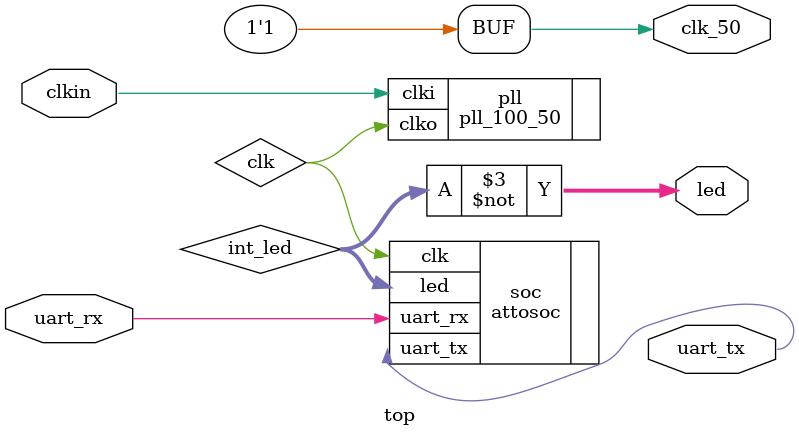
<source format=v>
module top(
    input 	 clkin,
    output [7:0] led,
    output 	 uart_tx,
    output 	 clk_50,
    input 	 uart_rx,
);

wire clk;
wire [7:0] int_led;

   reg 	   clk_div = 0;
   assign clk_50 = 1'b1;
   always @(posedge clk) 
     clk_div <= ~clk_div;

pll_100_50 pll(
    .clki(clkin),
    .clko(clk)
);

attosoc soc(
    .clk(clk),
    .led(int_led),
    .uart_tx(uart_tx),
    .uart_rx(uart_rx)
);

assign led = ~int_led;
endmodule

</source>
